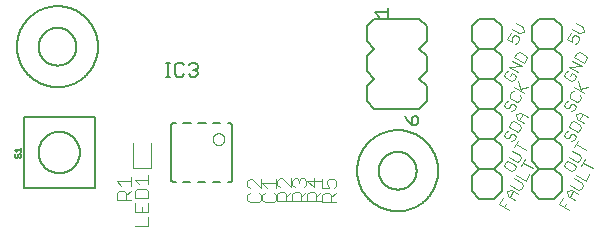
<source format=gbr>
G04 EAGLE Gerber RS-274X export*
G75*
%MOMM*%
%FSLAX34Y34*%
%LPD*%
%INSilkscreen Top*%
%IPPOS*%
%AMOC8*
5,1,8,0,0,1.08239X$1,22.5*%
G01*
%ADD10C,0.076200*%
%ADD11C,0.152400*%
%ADD12C,0.203200*%
%ADD13C,0.127000*%
%ADD14C,0.050800*%
%ADD15C,0.101600*%
%ADD16C,0.120000*%


D10*
X426650Y164879D02*
X423515Y159448D01*
X427588Y157097D01*
X427798Y160596D01*
X428581Y161954D01*
X430723Y162528D01*
X433438Y160960D01*
X434012Y158818D01*
X432444Y156103D01*
X430303Y155529D01*
X433623Y164415D02*
X428192Y167550D01*
X433623Y164415D02*
X437906Y165563D01*
X436758Y169845D01*
X431328Y172981D01*
X424833Y132345D02*
X422691Y131771D01*
X421123Y129056D01*
X421697Y126915D01*
X427128Y123779D01*
X429269Y124353D01*
X430837Y127068D01*
X430263Y129210D01*
X427548Y130778D01*
X425980Y128062D01*
X433163Y131097D02*
X425017Y135800D01*
X436298Y136528D01*
X428153Y141231D01*
X429695Y143902D02*
X437841Y139199D01*
X440192Y143272D01*
X439618Y145413D01*
X434188Y148549D01*
X432046Y147975D01*
X429695Y143902D01*
X422691Y55571D02*
X421123Y52856D01*
X421697Y50715D01*
X427128Y47579D01*
X429269Y48153D01*
X430837Y50868D01*
X430263Y53010D01*
X424833Y56145D01*
X422691Y55571D01*
X425017Y59600D02*
X431805Y55681D01*
X433947Y56255D01*
X435515Y58970D01*
X434941Y61112D01*
X428153Y65031D01*
X431263Y70417D02*
X439408Y65714D01*
X429695Y67702D02*
X432830Y73133D01*
X417165Y19748D02*
X425311Y15045D01*
X417165Y19748D02*
X420300Y25179D01*
X422805Y20112D02*
X421238Y17397D01*
X424558Y26283D02*
X429988Y23147D01*
X424558Y26283D02*
X423410Y30566D01*
X427693Y31713D01*
X433123Y28578D01*
X429051Y30929D02*
X425915Y25499D01*
X433308Y32033D02*
X426520Y35952D01*
X433308Y32033D02*
X435450Y32607D01*
X437017Y35322D01*
X436443Y37463D01*
X429655Y41383D01*
X431197Y44054D02*
X439343Y39351D01*
X442479Y44781D01*
X445589Y50168D02*
X437443Y54871D01*
X439010Y57586D02*
X435875Y52156D01*
X422691Y106371D02*
X424833Y106945D01*
X422691Y106371D02*
X421123Y103656D01*
X421697Y101515D01*
X423055Y100731D01*
X425196Y101305D01*
X426764Y104020D01*
X428906Y104594D01*
X430263Y103810D01*
X430837Y101668D01*
X429269Y98953D01*
X427128Y98379D01*
X427369Y114473D02*
X429510Y115047D01*
X427369Y114473D02*
X425801Y111758D01*
X426375Y109616D01*
X431805Y106481D01*
X433947Y107055D01*
X435515Y109770D01*
X434941Y111912D01*
X437841Y113799D02*
X429695Y118502D01*
X435125Y115367D02*
X432830Y123933D01*
X434552Y117508D02*
X440976Y119230D01*
X424833Y81545D02*
X422691Y80971D01*
X421123Y78256D01*
X421697Y76115D01*
X423055Y75331D01*
X425196Y75905D01*
X426764Y78620D01*
X428906Y79194D01*
X430263Y78410D01*
X430837Y76268D01*
X429269Y73553D01*
X427128Y72979D01*
X433163Y80297D02*
X425017Y85000D01*
X433163Y80297D02*
X435515Y84370D01*
X434941Y86512D01*
X429510Y89647D01*
X427369Y89073D01*
X425017Y85000D01*
X432410Y91534D02*
X437841Y88399D01*
X432410Y91534D02*
X431263Y95817D01*
X435545Y96965D01*
X440976Y93830D01*
X436903Y96181D02*
X433768Y90751D01*
X474315Y159448D02*
X477450Y164879D01*
X474315Y159448D02*
X478388Y157097D01*
X478598Y160596D01*
X479381Y161954D01*
X481523Y162528D01*
X484238Y160960D01*
X484812Y158818D01*
X483244Y156103D01*
X481103Y155529D01*
X484423Y164415D02*
X478992Y167550D01*
X484423Y164415D02*
X488706Y165563D01*
X487558Y169845D01*
X482128Y172981D01*
X475633Y132345D02*
X473491Y131771D01*
X471923Y129056D01*
X472497Y126915D01*
X477928Y123779D01*
X480069Y124353D01*
X481637Y127068D01*
X481063Y129210D01*
X478348Y130778D01*
X476780Y128062D01*
X483963Y131097D02*
X475817Y135800D01*
X487098Y136528D01*
X478953Y141231D01*
X480495Y143902D02*
X488641Y139199D01*
X490992Y143272D01*
X490418Y145413D01*
X484988Y148549D01*
X482846Y147975D01*
X480495Y143902D01*
X473491Y55571D02*
X471923Y52856D01*
X472497Y50715D01*
X477928Y47579D01*
X480069Y48153D01*
X481637Y50868D01*
X481063Y53010D01*
X475633Y56145D01*
X473491Y55571D01*
X475817Y59600D02*
X482605Y55681D01*
X484747Y56255D01*
X486315Y58970D01*
X485741Y61112D01*
X478953Y65031D01*
X482063Y70417D02*
X490208Y65714D01*
X480495Y67702D02*
X483630Y73133D01*
X467965Y19748D02*
X476111Y15045D01*
X467965Y19748D02*
X471100Y25179D01*
X473605Y20112D02*
X472038Y17397D01*
X475358Y26283D02*
X480788Y23147D01*
X475358Y26283D02*
X474210Y30566D01*
X478493Y31713D01*
X483923Y28578D01*
X479851Y30929D02*
X476715Y25499D01*
X484108Y32033D02*
X477320Y35952D01*
X484108Y32033D02*
X486250Y32607D01*
X487817Y35322D01*
X487243Y37463D01*
X480455Y41383D01*
X481997Y44054D02*
X490143Y39351D01*
X493279Y44781D01*
X496389Y50168D02*
X488243Y54871D01*
X489810Y57586D02*
X486675Y52156D01*
X473491Y106371D02*
X475633Y106945D01*
X473491Y106371D02*
X471923Y103656D01*
X472497Y101515D01*
X473855Y100731D01*
X475996Y101305D01*
X477564Y104020D01*
X479706Y104594D01*
X481063Y103810D01*
X481637Y101668D01*
X480069Y98953D01*
X477928Y98379D01*
X478169Y114473D02*
X480310Y115047D01*
X478169Y114473D02*
X476601Y111758D01*
X477175Y109616D01*
X482605Y106481D01*
X484747Y107055D01*
X486315Y109770D01*
X485741Y111912D01*
X488641Y113799D02*
X480495Y118502D01*
X485925Y115367D02*
X483630Y123933D01*
X485352Y117508D02*
X491776Y119230D01*
X475633Y81545D02*
X473491Y80971D01*
X471923Y78256D01*
X472497Y76115D01*
X473855Y75331D01*
X475996Y75905D01*
X477564Y78620D01*
X479706Y79194D01*
X481063Y78410D01*
X481637Y76268D01*
X480069Y73553D01*
X477928Y72979D01*
X483963Y80297D02*
X475817Y85000D01*
X483963Y80297D02*
X486315Y84370D01*
X485741Y86512D01*
X480310Y89647D01*
X478169Y89073D01*
X475817Y85000D01*
X483210Y91534D02*
X488641Y88399D01*
X483210Y91534D02*
X482063Y95817D01*
X486345Y96965D01*
X491776Y93830D01*
X487703Y96181D02*
X484568Y90751D01*
D11*
X419100Y93900D02*
X419100Y81200D01*
X412750Y74850D01*
X400050Y74850D01*
X393700Y81200D01*
X412750Y74850D02*
X419100Y68500D01*
X419100Y55800D01*
X412750Y49450D01*
X400050Y49450D01*
X393700Y55800D01*
X393700Y68500D01*
X400050Y74850D01*
X419100Y119300D02*
X412750Y125650D01*
X419100Y119300D02*
X419100Y106600D01*
X412750Y100250D01*
X400050Y100250D01*
X393700Y106600D01*
X393700Y119300D01*
X400050Y125650D01*
X412750Y100250D02*
X419100Y93900D01*
X400050Y100250D02*
X393700Y93900D01*
X393700Y81200D01*
X419100Y157400D02*
X419100Y170100D01*
X419100Y157400D02*
X412750Y151050D01*
X400050Y151050D01*
X393700Y157400D01*
X412750Y151050D02*
X419100Y144700D01*
X419100Y132000D01*
X412750Y125650D01*
X400050Y125650D01*
X393700Y132000D01*
X393700Y144700D01*
X400050Y151050D01*
X400050Y176450D02*
X412750Y176450D01*
X419100Y170100D01*
X400050Y176450D02*
X393700Y170100D01*
X393700Y157400D01*
X419100Y43100D02*
X419100Y30400D01*
X412750Y24050D01*
X400050Y24050D01*
X393700Y30400D01*
X412750Y49450D02*
X419100Y43100D01*
X400050Y49450D02*
X393700Y43100D01*
X393700Y30400D01*
X469900Y81200D02*
X469900Y93900D01*
X469900Y81200D02*
X463550Y74850D01*
X450850Y74850D01*
X444500Y81200D01*
X463550Y74850D02*
X469900Y68500D01*
X469900Y55800D01*
X463550Y49450D01*
X450850Y49450D01*
X444500Y55800D01*
X444500Y68500D01*
X450850Y74850D01*
X469900Y119300D02*
X463550Y125650D01*
X469900Y119300D02*
X469900Y106600D01*
X463550Y100250D01*
X450850Y100250D01*
X444500Y106600D01*
X444500Y119300D01*
X450850Y125650D01*
X463550Y100250D02*
X469900Y93900D01*
X450850Y100250D02*
X444500Y93900D01*
X444500Y81200D01*
X469900Y157400D02*
X469900Y170100D01*
X469900Y157400D02*
X463550Y151050D01*
X450850Y151050D01*
X444500Y157400D01*
X463550Y151050D02*
X469900Y144700D01*
X469900Y132000D01*
X463550Y125650D01*
X450850Y125650D01*
X444500Y132000D01*
X444500Y144700D01*
X450850Y151050D01*
X450850Y176450D02*
X463550Y176450D01*
X469900Y170100D01*
X450850Y176450D02*
X444500Y170100D01*
X444500Y157400D01*
X469900Y43100D02*
X469900Y30400D01*
X463550Y24050D01*
X450850Y24050D01*
X444500Y30400D01*
X463550Y49450D02*
X469900Y43100D01*
X450850Y49450D02*
X444500Y43100D01*
X444500Y30400D01*
X296710Y48000D02*
X296720Y48842D01*
X296751Y49683D01*
X296803Y50523D01*
X296875Y51361D01*
X296968Y52197D01*
X297081Y53031D01*
X297215Y53862D01*
X297369Y54690D01*
X297543Y55513D01*
X297738Y56332D01*
X297952Y57146D01*
X298187Y57954D01*
X298441Y58756D01*
X298714Y59552D01*
X299008Y60341D01*
X299320Y61122D01*
X299652Y61896D01*
X300002Y62661D01*
X300371Y63417D01*
X300759Y64164D01*
X301165Y64901D01*
X301588Y65629D01*
X302030Y66345D01*
X302489Y67051D01*
X302965Y67744D01*
X303458Y68427D01*
X303968Y69096D01*
X304493Y69753D01*
X305035Y70397D01*
X305593Y71028D01*
X306166Y71644D01*
X306753Y72247D01*
X307356Y72834D01*
X307972Y73407D01*
X308603Y73965D01*
X309247Y74507D01*
X309904Y75032D01*
X310573Y75542D01*
X311256Y76035D01*
X311949Y76511D01*
X312655Y76970D01*
X313371Y77412D01*
X314099Y77835D01*
X314836Y78241D01*
X315583Y78629D01*
X316339Y78998D01*
X317104Y79348D01*
X317878Y79680D01*
X318659Y79992D01*
X319448Y80286D01*
X320244Y80559D01*
X321046Y80813D01*
X321854Y81048D01*
X322668Y81262D01*
X323487Y81457D01*
X324310Y81631D01*
X325138Y81785D01*
X325969Y81919D01*
X326803Y82032D01*
X327639Y82125D01*
X328477Y82197D01*
X329317Y82249D01*
X330158Y82280D01*
X331000Y82290D01*
X331842Y82280D01*
X332683Y82249D01*
X333523Y82197D01*
X334361Y82125D01*
X335197Y82032D01*
X336031Y81919D01*
X336862Y81785D01*
X337690Y81631D01*
X338513Y81457D01*
X339332Y81262D01*
X340146Y81048D01*
X340954Y80813D01*
X341756Y80559D01*
X342552Y80286D01*
X343341Y79992D01*
X344122Y79680D01*
X344896Y79348D01*
X345661Y78998D01*
X346417Y78629D01*
X347164Y78241D01*
X347901Y77835D01*
X348629Y77412D01*
X349345Y76970D01*
X350051Y76511D01*
X350744Y76035D01*
X351427Y75542D01*
X352096Y75032D01*
X352753Y74507D01*
X353397Y73965D01*
X354028Y73407D01*
X354644Y72834D01*
X355247Y72247D01*
X355834Y71644D01*
X356407Y71028D01*
X356965Y70397D01*
X357507Y69753D01*
X358032Y69096D01*
X358542Y68427D01*
X359035Y67744D01*
X359511Y67051D01*
X359970Y66345D01*
X360412Y65629D01*
X360835Y64901D01*
X361241Y64164D01*
X361629Y63417D01*
X361998Y62661D01*
X362348Y61896D01*
X362680Y61122D01*
X362992Y60341D01*
X363286Y59552D01*
X363559Y58756D01*
X363813Y57954D01*
X364048Y57146D01*
X364262Y56332D01*
X364457Y55513D01*
X364631Y54690D01*
X364785Y53862D01*
X364919Y53031D01*
X365032Y52197D01*
X365125Y51361D01*
X365197Y50523D01*
X365249Y49683D01*
X365280Y48842D01*
X365290Y48000D01*
X365280Y47158D01*
X365249Y46317D01*
X365197Y45477D01*
X365125Y44639D01*
X365032Y43803D01*
X364919Y42969D01*
X364785Y42138D01*
X364631Y41310D01*
X364457Y40487D01*
X364262Y39668D01*
X364048Y38854D01*
X363813Y38046D01*
X363559Y37244D01*
X363286Y36448D01*
X362992Y35659D01*
X362680Y34878D01*
X362348Y34104D01*
X361998Y33339D01*
X361629Y32583D01*
X361241Y31836D01*
X360835Y31099D01*
X360412Y30371D01*
X359970Y29655D01*
X359511Y28949D01*
X359035Y28256D01*
X358542Y27573D01*
X358032Y26904D01*
X357507Y26247D01*
X356965Y25603D01*
X356407Y24972D01*
X355834Y24356D01*
X355247Y23753D01*
X354644Y23166D01*
X354028Y22593D01*
X353397Y22035D01*
X352753Y21493D01*
X352096Y20968D01*
X351427Y20458D01*
X350744Y19965D01*
X350051Y19489D01*
X349345Y19030D01*
X348629Y18588D01*
X347901Y18165D01*
X347164Y17759D01*
X346417Y17371D01*
X345661Y17002D01*
X344896Y16652D01*
X344122Y16320D01*
X343341Y16008D01*
X342552Y15714D01*
X341756Y15441D01*
X340954Y15187D01*
X340146Y14952D01*
X339332Y14738D01*
X338513Y14543D01*
X337690Y14369D01*
X336862Y14215D01*
X336031Y14081D01*
X335197Y13968D01*
X334361Y13875D01*
X333523Y13803D01*
X332683Y13751D01*
X331842Y13720D01*
X331000Y13710D01*
X330158Y13720D01*
X329317Y13751D01*
X328477Y13803D01*
X327639Y13875D01*
X326803Y13968D01*
X325969Y14081D01*
X325138Y14215D01*
X324310Y14369D01*
X323487Y14543D01*
X322668Y14738D01*
X321854Y14952D01*
X321046Y15187D01*
X320244Y15441D01*
X319448Y15714D01*
X318659Y16008D01*
X317878Y16320D01*
X317104Y16652D01*
X316339Y17002D01*
X315583Y17371D01*
X314836Y17759D01*
X314099Y18165D01*
X313371Y18588D01*
X312655Y19030D01*
X311949Y19489D01*
X311256Y19965D01*
X310573Y20458D01*
X309904Y20968D01*
X309247Y21493D01*
X308603Y22035D01*
X307972Y22593D01*
X307356Y23166D01*
X306753Y23753D01*
X306166Y24356D01*
X305593Y24972D01*
X305035Y25603D01*
X304493Y26247D01*
X303968Y26904D01*
X303458Y27573D01*
X302965Y28256D01*
X302489Y28949D01*
X302030Y29655D01*
X301588Y30371D01*
X301165Y31099D01*
X300759Y31836D01*
X300371Y32583D01*
X300002Y33339D01*
X299652Y34104D01*
X299320Y34878D01*
X299008Y35659D01*
X298714Y36448D01*
X298441Y37244D01*
X298187Y38046D01*
X297952Y38854D01*
X297738Y39668D01*
X297543Y40487D01*
X297369Y41310D01*
X297215Y42138D01*
X297081Y42969D01*
X296968Y43803D01*
X296875Y44639D01*
X296803Y45477D01*
X296751Y46317D01*
X296720Y47158D01*
X296710Y48000D01*
D12*
X315000Y48000D02*
X315005Y48393D01*
X315019Y48785D01*
X315043Y49177D01*
X315077Y49568D01*
X315120Y49959D01*
X315173Y50348D01*
X315236Y50735D01*
X315307Y51121D01*
X315389Y51506D01*
X315479Y51888D01*
X315580Y52267D01*
X315689Y52645D01*
X315808Y53019D01*
X315935Y53390D01*
X316072Y53758D01*
X316218Y54123D01*
X316373Y54484D01*
X316536Y54841D01*
X316708Y55194D01*
X316889Y55542D01*
X317079Y55886D01*
X317276Y56226D01*
X317482Y56560D01*
X317696Y56889D01*
X317919Y57213D01*
X318149Y57531D01*
X318386Y57844D01*
X318632Y58150D01*
X318885Y58451D01*
X319145Y58745D01*
X319412Y59033D01*
X319686Y59314D01*
X319967Y59588D01*
X320255Y59855D01*
X320549Y60115D01*
X320850Y60368D01*
X321156Y60614D01*
X321469Y60851D01*
X321787Y61081D01*
X322111Y61304D01*
X322440Y61518D01*
X322774Y61724D01*
X323114Y61921D01*
X323458Y62111D01*
X323806Y62292D01*
X324159Y62464D01*
X324516Y62627D01*
X324877Y62782D01*
X325242Y62928D01*
X325610Y63065D01*
X325981Y63192D01*
X326355Y63311D01*
X326733Y63420D01*
X327112Y63521D01*
X327494Y63611D01*
X327879Y63693D01*
X328265Y63764D01*
X328652Y63827D01*
X329041Y63880D01*
X329432Y63923D01*
X329823Y63957D01*
X330215Y63981D01*
X330607Y63995D01*
X331000Y64000D01*
X331393Y63995D01*
X331785Y63981D01*
X332177Y63957D01*
X332568Y63923D01*
X332959Y63880D01*
X333348Y63827D01*
X333735Y63764D01*
X334121Y63693D01*
X334506Y63611D01*
X334888Y63521D01*
X335267Y63420D01*
X335645Y63311D01*
X336019Y63192D01*
X336390Y63065D01*
X336758Y62928D01*
X337123Y62782D01*
X337484Y62627D01*
X337841Y62464D01*
X338194Y62292D01*
X338542Y62111D01*
X338886Y61921D01*
X339226Y61724D01*
X339560Y61518D01*
X339889Y61304D01*
X340213Y61081D01*
X340531Y60851D01*
X340844Y60614D01*
X341150Y60368D01*
X341451Y60115D01*
X341745Y59855D01*
X342033Y59588D01*
X342314Y59314D01*
X342588Y59033D01*
X342855Y58745D01*
X343115Y58451D01*
X343368Y58150D01*
X343614Y57844D01*
X343851Y57531D01*
X344081Y57213D01*
X344304Y56889D01*
X344518Y56560D01*
X344724Y56226D01*
X344921Y55886D01*
X345111Y55542D01*
X345292Y55194D01*
X345464Y54841D01*
X345627Y54484D01*
X345782Y54123D01*
X345928Y53758D01*
X346065Y53390D01*
X346192Y53019D01*
X346311Y52645D01*
X346420Y52267D01*
X346521Y51888D01*
X346611Y51506D01*
X346693Y51121D01*
X346764Y50735D01*
X346827Y50348D01*
X346880Y49959D01*
X346923Y49568D01*
X346957Y49177D01*
X346981Y48785D01*
X346995Y48393D01*
X347000Y48000D01*
X346995Y47607D01*
X346981Y47215D01*
X346957Y46823D01*
X346923Y46432D01*
X346880Y46041D01*
X346827Y45652D01*
X346764Y45265D01*
X346693Y44879D01*
X346611Y44494D01*
X346521Y44112D01*
X346420Y43733D01*
X346311Y43355D01*
X346192Y42981D01*
X346065Y42610D01*
X345928Y42242D01*
X345782Y41877D01*
X345627Y41516D01*
X345464Y41159D01*
X345292Y40806D01*
X345111Y40458D01*
X344921Y40114D01*
X344724Y39774D01*
X344518Y39440D01*
X344304Y39111D01*
X344081Y38787D01*
X343851Y38469D01*
X343614Y38156D01*
X343368Y37850D01*
X343115Y37549D01*
X342855Y37255D01*
X342588Y36967D01*
X342314Y36686D01*
X342033Y36412D01*
X341745Y36145D01*
X341451Y35885D01*
X341150Y35632D01*
X340844Y35386D01*
X340531Y35149D01*
X340213Y34919D01*
X339889Y34696D01*
X339560Y34482D01*
X339226Y34276D01*
X338886Y34079D01*
X338542Y33889D01*
X338194Y33708D01*
X337841Y33536D01*
X337484Y33373D01*
X337123Y33218D01*
X336758Y33072D01*
X336390Y32935D01*
X336019Y32808D01*
X335645Y32689D01*
X335267Y32580D01*
X334888Y32479D01*
X334506Y32389D01*
X334121Y32307D01*
X333735Y32236D01*
X333348Y32173D01*
X332959Y32120D01*
X332568Y32077D01*
X332177Y32043D01*
X331785Y32019D01*
X331393Y32005D01*
X331000Y32000D01*
X330607Y32005D01*
X330215Y32019D01*
X329823Y32043D01*
X329432Y32077D01*
X329041Y32120D01*
X328652Y32173D01*
X328265Y32236D01*
X327879Y32307D01*
X327494Y32389D01*
X327112Y32479D01*
X326733Y32580D01*
X326355Y32689D01*
X325981Y32808D01*
X325610Y32935D01*
X325242Y33072D01*
X324877Y33218D01*
X324516Y33373D01*
X324159Y33536D01*
X323806Y33708D01*
X323458Y33889D01*
X323114Y34079D01*
X322774Y34276D01*
X322440Y34482D01*
X322111Y34696D01*
X321787Y34919D01*
X321469Y35149D01*
X321156Y35386D01*
X320850Y35632D01*
X320549Y35885D01*
X320255Y36145D01*
X319967Y36412D01*
X319686Y36686D01*
X319412Y36967D01*
X319145Y37255D01*
X318885Y37549D01*
X318632Y37850D01*
X318386Y38156D01*
X318149Y38469D01*
X317919Y38787D01*
X317696Y39111D01*
X317482Y39440D01*
X317276Y39774D01*
X317079Y40114D01*
X316889Y40458D01*
X316708Y40806D01*
X316536Y41159D01*
X316373Y41516D01*
X316218Y41877D01*
X316072Y42242D01*
X315935Y42610D01*
X315808Y42981D01*
X315689Y43355D01*
X315580Y43733D01*
X315479Y44112D01*
X315389Y44494D01*
X315307Y44879D01*
X315236Y45265D01*
X315173Y45652D01*
X315120Y46041D01*
X315077Y46432D01*
X315043Y46823D01*
X315019Y47215D01*
X315005Y47607D01*
X315000Y48000D01*
D11*
X8710Y153000D02*
X8720Y153842D01*
X8751Y154683D01*
X8803Y155523D01*
X8875Y156361D01*
X8968Y157197D01*
X9081Y158031D01*
X9215Y158862D01*
X9369Y159690D01*
X9543Y160513D01*
X9738Y161332D01*
X9952Y162146D01*
X10187Y162954D01*
X10441Y163756D01*
X10714Y164552D01*
X11008Y165341D01*
X11320Y166122D01*
X11652Y166896D01*
X12002Y167661D01*
X12371Y168417D01*
X12759Y169164D01*
X13165Y169901D01*
X13588Y170629D01*
X14030Y171345D01*
X14489Y172051D01*
X14965Y172744D01*
X15458Y173427D01*
X15968Y174096D01*
X16493Y174753D01*
X17035Y175397D01*
X17593Y176028D01*
X18166Y176644D01*
X18753Y177247D01*
X19356Y177834D01*
X19972Y178407D01*
X20603Y178965D01*
X21247Y179507D01*
X21904Y180032D01*
X22573Y180542D01*
X23256Y181035D01*
X23949Y181511D01*
X24655Y181970D01*
X25371Y182412D01*
X26099Y182835D01*
X26836Y183241D01*
X27583Y183629D01*
X28339Y183998D01*
X29104Y184348D01*
X29878Y184680D01*
X30659Y184992D01*
X31448Y185286D01*
X32244Y185559D01*
X33046Y185813D01*
X33854Y186048D01*
X34668Y186262D01*
X35487Y186457D01*
X36310Y186631D01*
X37138Y186785D01*
X37969Y186919D01*
X38803Y187032D01*
X39639Y187125D01*
X40477Y187197D01*
X41317Y187249D01*
X42158Y187280D01*
X43000Y187290D01*
X43842Y187280D01*
X44683Y187249D01*
X45523Y187197D01*
X46361Y187125D01*
X47197Y187032D01*
X48031Y186919D01*
X48862Y186785D01*
X49690Y186631D01*
X50513Y186457D01*
X51332Y186262D01*
X52146Y186048D01*
X52954Y185813D01*
X53756Y185559D01*
X54552Y185286D01*
X55341Y184992D01*
X56122Y184680D01*
X56896Y184348D01*
X57661Y183998D01*
X58417Y183629D01*
X59164Y183241D01*
X59901Y182835D01*
X60629Y182412D01*
X61345Y181970D01*
X62051Y181511D01*
X62744Y181035D01*
X63427Y180542D01*
X64096Y180032D01*
X64753Y179507D01*
X65397Y178965D01*
X66028Y178407D01*
X66644Y177834D01*
X67247Y177247D01*
X67834Y176644D01*
X68407Y176028D01*
X68965Y175397D01*
X69507Y174753D01*
X70032Y174096D01*
X70542Y173427D01*
X71035Y172744D01*
X71511Y172051D01*
X71970Y171345D01*
X72412Y170629D01*
X72835Y169901D01*
X73241Y169164D01*
X73629Y168417D01*
X73998Y167661D01*
X74348Y166896D01*
X74680Y166122D01*
X74992Y165341D01*
X75286Y164552D01*
X75559Y163756D01*
X75813Y162954D01*
X76048Y162146D01*
X76262Y161332D01*
X76457Y160513D01*
X76631Y159690D01*
X76785Y158862D01*
X76919Y158031D01*
X77032Y157197D01*
X77125Y156361D01*
X77197Y155523D01*
X77249Y154683D01*
X77280Y153842D01*
X77290Y153000D01*
X77280Y152158D01*
X77249Y151317D01*
X77197Y150477D01*
X77125Y149639D01*
X77032Y148803D01*
X76919Y147969D01*
X76785Y147138D01*
X76631Y146310D01*
X76457Y145487D01*
X76262Y144668D01*
X76048Y143854D01*
X75813Y143046D01*
X75559Y142244D01*
X75286Y141448D01*
X74992Y140659D01*
X74680Y139878D01*
X74348Y139104D01*
X73998Y138339D01*
X73629Y137583D01*
X73241Y136836D01*
X72835Y136099D01*
X72412Y135371D01*
X71970Y134655D01*
X71511Y133949D01*
X71035Y133256D01*
X70542Y132573D01*
X70032Y131904D01*
X69507Y131247D01*
X68965Y130603D01*
X68407Y129972D01*
X67834Y129356D01*
X67247Y128753D01*
X66644Y128166D01*
X66028Y127593D01*
X65397Y127035D01*
X64753Y126493D01*
X64096Y125968D01*
X63427Y125458D01*
X62744Y124965D01*
X62051Y124489D01*
X61345Y124030D01*
X60629Y123588D01*
X59901Y123165D01*
X59164Y122759D01*
X58417Y122371D01*
X57661Y122002D01*
X56896Y121652D01*
X56122Y121320D01*
X55341Y121008D01*
X54552Y120714D01*
X53756Y120441D01*
X52954Y120187D01*
X52146Y119952D01*
X51332Y119738D01*
X50513Y119543D01*
X49690Y119369D01*
X48862Y119215D01*
X48031Y119081D01*
X47197Y118968D01*
X46361Y118875D01*
X45523Y118803D01*
X44683Y118751D01*
X43842Y118720D01*
X43000Y118710D01*
X42158Y118720D01*
X41317Y118751D01*
X40477Y118803D01*
X39639Y118875D01*
X38803Y118968D01*
X37969Y119081D01*
X37138Y119215D01*
X36310Y119369D01*
X35487Y119543D01*
X34668Y119738D01*
X33854Y119952D01*
X33046Y120187D01*
X32244Y120441D01*
X31448Y120714D01*
X30659Y121008D01*
X29878Y121320D01*
X29104Y121652D01*
X28339Y122002D01*
X27583Y122371D01*
X26836Y122759D01*
X26099Y123165D01*
X25371Y123588D01*
X24655Y124030D01*
X23949Y124489D01*
X23256Y124965D01*
X22573Y125458D01*
X21904Y125968D01*
X21247Y126493D01*
X20603Y127035D01*
X19972Y127593D01*
X19356Y128166D01*
X18753Y128753D01*
X18166Y129356D01*
X17593Y129972D01*
X17035Y130603D01*
X16493Y131247D01*
X15968Y131904D01*
X15458Y132573D01*
X14965Y133256D01*
X14489Y133949D01*
X14030Y134655D01*
X13588Y135371D01*
X13165Y136099D01*
X12759Y136836D01*
X12371Y137583D01*
X12002Y138339D01*
X11652Y139104D01*
X11320Y139878D01*
X11008Y140659D01*
X10714Y141448D01*
X10441Y142244D01*
X10187Y143046D01*
X9952Y143854D01*
X9738Y144668D01*
X9543Y145487D01*
X9369Y146310D01*
X9215Y147138D01*
X9081Y147969D01*
X8968Y148803D01*
X8875Y149639D01*
X8803Y150477D01*
X8751Y151317D01*
X8720Y152158D01*
X8710Y153000D01*
D12*
X27000Y153000D02*
X27005Y153393D01*
X27019Y153785D01*
X27043Y154177D01*
X27077Y154568D01*
X27120Y154959D01*
X27173Y155348D01*
X27236Y155735D01*
X27307Y156121D01*
X27389Y156506D01*
X27479Y156888D01*
X27580Y157267D01*
X27689Y157645D01*
X27808Y158019D01*
X27935Y158390D01*
X28072Y158758D01*
X28218Y159123D01*
X28373Y159484D01*
X28536Y159841D01*
X28708Y160194D01*
X28889Y160542D01*
X29079Y160886D01*
X29276Y161226D01*
X29482Y161560D01*
X29696Y161889D01*
X29919Y162213D01*
X30149Y162531D01*
X30386Y162844D01*
X30632Y163150D01*
X30885Y163451D01*
X31145Y163745D01*
X31412Y164033D01*
X31686Y164314D01*
X31967Y164588D01*
X32255Y164855D01*
X32549Y165115D01*
X32850Y165368D01*
X33156Y165614D01*
X33469Y165851D01*
X33787Y166081D01*
X34111Y166304D01*
X34440Y166518D01*
X34774Y166724D01*
X35114Y166921D01*
X35458Y167111D01*
X35806Y167292D01*
X36159Y167464D01*
X36516Y167627D01*
X36877Y167782D01*
X37242Y167928D01*
X37610Y168065D01*
X37981Y168192D01*
X38355Y168311D01*
X38733Y168420D01*
X39112Y168521D01*
X39494Y168611D01*
X39879Y168693D01*
X40265Y168764D01*
X40652Y168827D01*
X41041Y168880D01*
X41432Y168923D01*
X41823Y168957D01*
X42215Y168981D01*
X42607Y168995D01*
X43000Y169000D01*
X43393Y168995D01*
X43785Y168981D01*
X44177Y168957D01*
X44568Y168923D01*
X44959Y168880D01*
X45348Y168827D01*
X45735Y168764D01*
X46121Y168693D01*
X46506Y168611D01*
X46888Y168521D01*
X47267Y168420D01*
X47645Y168311D01*
X48019Y168192D01*
X48390Y168065D01*
X48758Y167928D01*
X49123Y167782D01*
X49484Y167627D01*
X49841Y167464D01*
X50194Y167292D01*
X50542Y167111D01*
X50886Y166921D01*
X51226Y166724D01*
X51560Y166518D01*
X51889Y166304D01*
X52213Y166081D01*
X52531Y165851D01*
X52844Y165614D01*
X53150Y165368D01*
X53451Y165115D01*
X53745Y164855D01*
X54033Y164588D01*
X54314Y164314D01*
X54588Y164033D01*
X54855Y163745D01*
X55115Y163451D01*
X55368Y163150D01*
X55614Y162844D01*
X55851Y162531D01*
X56081Y162213D01*
X56304Y161889D01*
X56518Y161560D01*
X56724Y161226D01*
X56921Y160886D01*
X57111Y160542D01*
X57292Y160194D01*
X57464Y159841D01*
X57627Y159484D01*
X57782Y159123D01*
X57928Y158758D01*
X58065Y158390D01*
X58192Y158019D01*
X58311Y157645D01*
X58420Y157267D01*
X58521Y156888D01*
X58611Y156506D01*
X58693Y156121D01*
X58764Y155735D01*
X58827Y155348D01*
X58880Y154959D01*
X58923Y154568D01*
X58957Y154177D01*
X58981Y153785D01*
X58995Y153393D01*
X59000Y153000D01*
X58995Y152607D01*
X58981Y152215D01*
X58957Y151823D01*
X58923Y151432D01*
X58880Y151041D01*
X58827Y150652D01*
X58764Y150265D01*
X58693Y149879D01*
X58611Y149494D01*
X58521Y149112D01*
X58420Y148733D01*
X58311Y148355D01*
X58192Y147981D01*
X58065Y147610D01*
X57928Y147242D01*
X57782Y146877D01*
X57627Y146516D01*
X57464Y146159D01*
X57292Y145806D01*
X57111Y145458D01*
X56921Y145114D01*
X56724Y144774D01*
X56518Y144440D01*
X56304Y144111D01*
X56081Y143787D01*
X55851Y143469D01*
X55614Y143156D01*
X55368Y142850D01*
X55115Y142549D01*
X54855Y142255D01*
X54588Y141967D01*
X54314Y141686D01*
X54033Y141412D01*
X53745Y141145D01*
X53451Y140885D01*
X53150Y140632D01*
X52844Y140386D01*
X52531Y140149D01*
X52213Y139919D01*
X51889Y139696D01*
X51560Y139482D01*
X51226Y139276D01*
X50886Y139079D01*
X50542Y138889D01*
X50194Y138708D01*
X49841Y138536D01*
X49484Y138373D01*
X49123Y138218D01*
X48758Y138072D01*
X48390Y137935D01*
X48019Y137808D01*
X47645Y137689D01*
X47267Y137580D01*
X46888Y137479D01*
X46506Y137389D01*
X46121Y137307D01*
X45735Y137236D01*
X45348Y137173D01*
X44959Y137120D01*
X44568Y137077D01*
X44177Y137043D01*
X43785Y137019D01*
X43393Y137005D01*
X43000Y137000D01*
X42607Y137005D01*
X42215Y137019D01*
X41823Y137043D01*
X41432Y137077D01*
X41041Y137120D01*
X40652Y137173D01*
X40265Y137236D01*
X39879Y137307D01*
X39494Y137389D01*
X39112Y137479D01*
X38733Y137580D01*
X38355Y137689D01*
X37981Y137808D01*
X37610Y137935D01*
X37242Y138072D01*
X36877Y138218D01*
X36516Y138373D01*
X36159Y138536D01*
X35806Y138708D01*
X35458Y138889D01*
X35114Y139079D01*
X34774Y139276D01*
X34440Y139482D01*
X34111Y139696D01*
X33787Y139919D01*
X33469Y140149D01*
X33156Y140386D01*
X32850Y140632D01*
X32549Y140885D01*
X32255Y141145D01*
X31967Y141412D01*
X31686Y141686D01*
X31412Y141967D01*
X31145Y142255D01*
X30885Y142549D01*
X30632Y142850D01*
X30386Y143156D01*
X30149Y143469D01*
X29919Y143787D01*
X29696Y144111D01*
X29482Y144440D01*
X29276Y144774D01*
X29079Y145114D01*
X28889Y145458D01*
X28708Y145806D01*
X28536Y146159D01*
X28373Y146516D01*
X28218Y146877D01*
X28072Y147242D01*
X27935Y147610D01*
X27808Y147981D01*
X27689Y148355D01*
X27580Y148733D01*
X27479Y149112D01*
X27389Y149494D01*
X27307Y149879D01*
X27236Y150265D01*
X27173Y150652D01*
X27120Y151041D01*
X27077Y151432D01*
X27043Y151823D01*
X27019Y152215D01*
X27005Y152607D01*
X27000Y153000D01*
D11*
X355600Y157400D02*
X355600Y170100D01*
X355600Y157400D02*
X349250Y151050D01*
X355600Y144700D01*
X355600Y132000D01*
X349250Y125650D01*
X355600Y170100D02*
X349250Y176450D01*
X349250Y125650D02*
X355600Y119300D01*
X355600Y106600D01*
X349250Y100250D01*
X311150Y100250D01*
X311150Y151050D02*
X304800Y157400D01*
X304800Y132000D02*
X311150Y125650D01*
X304800Y132000D02*
X304800Y144700D01*
X311150Y151050D01*
X311150Y176450D02*
X349250Y176450D01*
X311150Y176450D02*
X304800Y170100D01*
X304800Y157400D01*
X304800Y106600D02*
X311150Y100250D01*
X304800Y106600D02*
X304800Y119300D01*
X311150Y125650D01*
D13*
X315589Y178091D02*
X311775Y181904D01*
X323215Y181904D01*
X323215Y178091D02*
X323215Y185718D01*
X337175Y94278D02*
X339082Y90464D01*
X342895Y86651D01*
X346708Y86651D01*
X348615Y88558D01*
X348615Y92371D01*
X346708Y94278D01*
X344802Y94278D01*
X342895Y92371D01*
X342895Y86651D01*
D11*
X191100Y41000D02*
X191098Y40902D01*
X191092Y40804D01*
X191083Y40706D01*
X191069Y40609D01*
X191052Y40512D01*
X191031Y40416D01*
X191006Y40321D01*
X190978Y40227D01*
X190945Y40135D01*
X190910Y40043D01*
X190870Y39953D01*
X190828Y39865D01*
X190781Y39778D01*
X190732Y39694D01*
X190679Y39611D01*
X190623Y39531D01*
X190563Y39452D01*
X190501Y39376D01*
X190436Y39303D01*
X190368Y39232D01*
X190297Y39164D01*
X190224Y39099D01*
X190148Y39037D01*
X190069Y38977D01*
X189989Y38921D01*
X189906Y38868D01*
X189822Y38819D01*
X189735Y38772D01*
X189647Y38730D01*
X189557Y38690D01*
X189465Y38655D01*
X189373Y38622D01*
X189279Y38594D01*
X189184Y38569D01*
X189088Y38548D01*
X188991Y38531D01*
X188894Y38517D01*
X188796Y38508D01*
X188698Y38502D01*
X188600Y38500D01*
X141600Y38500D02*
X141502Y38502D01*
X141404Y38508D01*
X141306Y38517D01*
X141209Y38531D01*
X141112Y38548D01*
X141016Y38569D01*
X140921Y38594D01*
X140827Y38622D01*
X140735Y38655D01*
X140643Y38690D01*
X140553Y38730D01*
X140465Y38772D01*
X140378Y38819D01*
X140294Y38868D01*
X140211Y38921D01*
X140131Y38977D01*
X140052Y39037D01*
X139976Y39099D01*
X139903Y39164D01*
X139832Y39232D01*
X139764Y39303D01*
X139699Y39376D01*
X139637Y39452D01*
X139577Y39531D01*
X139521Y39611D01*
X139468Y39694D01*
X139419Y39778D01*
X139372Y39865D01*
X139330Y39953D01*
X139290Y40043D01*
X139255Y40135D01*
X139222Y40227D01*
X139194Y40321D01*
X139169Y40416D01*
X139148Y40512D01*
X139131Y40609D01*
X139117Y40706D01*
X139108Y40804D01*
X139102Y40902D01*
X139100Y41000D01*
X139100Y86000D02*
X139102Y86098D01*
X139108Y86196D01*
X139117Y86294D01*
X139131Y86391D01*
X139148Y86488D01*
X139169Y86584D01*
X139194Y86679D01*
X139222Y86773D01*
X139255Y86865D01*
X139290Y86957D01*
X139330Y87047D01*
X139372Y87135D01*
X139419Y87222D01*
X139468Y87306D01*
X139521Y87389D01*
X139577Y87469D01*
X139637Y87548D01*
X139699Y87624D01*
X139764Y87697D01*
X139832Y87768D01*
X139903Y87836D01*
X139976Y87901D01*
X140052Y87963D01*
X140131Y88023D01*
X140211Y88079D01*
X140294Y88132D01*
X140378Y88181D01*
X140465Y88228D01*
X140553Y88270D01*
X140643Y88310D01*
X140735Y88345D01*
X140827Y88378D01*
X140921Y88406D01*
X141016Y88431D01*
X141112Y88452D01*
X141209Y88469D01*
X141306Y88483D01*
X141404Y88492D01*
X141502Y88498D01*
X141600Y88500D01*
X188600Y88500D02*
X188698Y88498D01*
X188796Y88492D01*
X188894Y88483D01*
X188991Y88469D01*
X189088Y88452D01*
X189184Y88431D01*
X189279Y88406D01*
X189373Y88378D01*
X189465Y88345D01*
X189557Y88310D01*
X189647Y88270D01*
X189735Y88228D01*
X189822Y88181D01*
X189906Y88132D01*
X189989Y88079D01*
X190069Y88023D01*
X190148Y87963D01*
X190224Y87901D01*
X190297Y87836D01*
X190368Y87768D01*
X190436Y87697D01*
X190501Y87624D01*
X190563Y87548D01*
X190623Y87469D01*
X190679Y87389D01*
X190732Y87306D01*
X190781Y87222D01*
X190828Y87135D01*
X190870Y87047D01*
X190910Y86957D01*
X190945Y86865D01*
X190978Y86773D01*
X191006Y86679D01*
X191031Y86584D01*
X191052Y86488D01*
X191069Y86391D01*
X191083Y86294D01*
X191092Y86196D01*
X191098Y86098D01*
X191100Y86000D01*
X188500Y38500D02*
X187200Y38500D01*
X181000Y38500D02*
X174600Y38500D01*
X168300Y38500D02*
X161900Y38500D01*
X155600Y38500D02*
X149200Y38500D01*
X143000Y38500D02*
X141500Y38500D01*
X141800Y88500D02*
X143100Y88500D01*
X149200Y88500D02*
X155700Y88500D01*
X161900Y88500D02*
X168400Y88500D01*
X174600Y88500D02*
X181000Y88500D01*
X187200Y88500D02*
X188500Y88500D01*
X191100Y85900D02*
X191100Y41000D01*
X139100Y41000D02*
X139100Y86000D01*
D14*
X174300Y74650D02*
X174302Y74791D01*
X174308Y74932D01*
X174318Y75072D01*
X174332Y75212D01*
X174350Y75352D01*
X174371Y75491D01*
X174397Y75630D01*
X174426Y75768D01*
X174460Y75904D01*
X174497Y76040D01*
X174538Y76175D01*
X174583Y76309D01*
X174632Y76441D01*
X174684Y76572D01*
X174740Y76701D01*
X174800Y76828D01*
X174863Y76954D01*
X174929Y77078D01*
X175000Y77201D01*
X175073Y77321D01*
X175150Y77439D01*
X175230Y77555D01*
X175314Y77668D01*
X175400Y77779D01*
X175490Y77888D01*
X175583Y77994D01*
X175678Y78097D01*
X175777Y78198D01*
X175878Y78296D01*
X175982Y78391D01*
X176089Y78483D01*
X176198Y78572D01*
X176310Y78657D01*
X176424Y78740D01*
X176540Y78820D01*
X176659Y78896D01*
X176780Y78968D01*
X176902Y79038D01*
X177027Y79103D01*
X177153Y79166D01*
X177281Y79224D01*
X177411Y79279D01*
X177542Y79331D01*
X177675Y79378D01*
X177809Y79422D01*
X177944Y79463D01*
X178080Y79499D01*
X178217Y79531D01*
X178355Y79560D01*
X178493Y79585D01*
X178633Y79605D01*
X178773Y79622D01*
X178913Y79635D01*
X179054Y79644D01*
X179194Y79649D01*
X179335Y79650D01*
X179476Y79647D01*
X179617Y79640D01*
X179757Y79629D01*
X179897Y79614D01*
X180037Y79595D01*
X180176Y79573D01*
X180314Y79546D01*
X180452Y79516D01*
X180588Y79481D01*
X180724Y79443D01*
X180858Y79401D01*
X180992Y79355D01*
X181124Y79306D01*
X181254Y79252D01*
X181383Y79195D01*
X181510Y79135D01*
X181636Y79071D01*
X181759Y79003D01*
X181881Y78932D01*
X182001Y78858D01*
X182118Y78780D01*
X182233Y78699D01*
X182346Y78615D01*
X182457Y78528D01*
X182565Y78437D01*
X182670Y78344D01*
X182773Y78247D01*
X182873Y78148D01*
X182970Y78046D01*
X183064Y77941D01*
X183155Y77834D01*
X183243Y77724D01*
X183328Y77612D01*
X183410Y77497D01*
X183489Y77380D01*
X183564Y77261D01*
X183636Y77140D01*
X183704Y77017D01*
X183769Y76892D01*
X183831Y76765D01*
X183888Y76636D01*
X183943Y76506D01*
X183993Y76375D01*
X184040Y76242D01*
X184083Y76108D01*
X184122Y75972D01*
X184157Y75836D01*
X184189Y75699D01*
X184216Y75561D01*
X184240Y75422D01*
X184260Y75282D01*
X184276Y75142D01*
X184288Y75002D01*
X184296Y74861D01*
X184300Y74720D01*
X184300Y74580D01*
X184296Y74439D01*
X184288Y74298D01*
X184276Y74158D01*
X184260Y74018D01*
X184240Y73878D01*
X184216Y73739D01*
X184189Y73601D01*
X184157Y73464D01*
X184122Y73328D01*
X184083Y73192D01*
X184040Y73058D01*
X183993Y72925D01*
X183943Y72794D01*
X183888Y72664D01*
X183831Y72535D01*
X183769Y72408D01*
X183704Y72283D01*
X183636Y72160D01*
X183564Y72039D01*
X183489Y71920D01*
X183410Y71803D01*
X183328Y71688D01*
X183243Y71576D01*
X183155Y71466D01*
X183064Y71359D01*
X182970Y71254D01*
X182873Y71152D01*
X182773Y71053D01*
X182670Y70956D01*
X182565Y70863D01*
X182457Y70772D01*
X182346Y70685D01*
X182233Y70601D01*
X182118Y70520D01*
X182001Y70442D01*
X181881Y70368D01*
X181759Y70297D01*
X181636Y70229D01*
X181510Y70165D01*
X181383Y70105D01*
X181254Y70048D01*
X181124Y69994D01*
X180992Y69945D01*
X180858Y69899D01*
X180724Y69857D01*
X180588Y69819D01*
X180452Y69784D01*
X180314Y69754D01*
X180176Y69727D01*
X180037Y69705D01*
X179897Y69686D01*
X179757Y69671D01*
X179617Y69660D01*
X179476Y69653D01*
X179335Y69650D01*
X179194Y69651D01*
X179054Y69656D01*
X178913Y69665D01*
X178773Y69678D01*
X178633Y69695D01*
X178493Y69715D01*
X178355Y69740D01*
X178217Y69769D01*
X178080Y69801D01*
X177944Y69837D01*
X177809Y69878D01*
X177675Y69922D01*
X177542Y69969D01*
X177411Y70021D01*
X177281Y70076D01*
X177153Y70134D01*
X177027Y70197D01*
X176902Y70262D01*
X176780Y70332D01*
X176659Y70404D01*
X176540Y70480D01*
X176424Y70560D01*
X176310Y70643D01*
X176198Y70728D01*
X176089Y70817D01*
X175982Y70909D01*
X175878Y71004D01*
X175777Y71102D01*
X175678Y71203D01*
X175583Y71306D01*
X175490Y71412D01*
X175400Y71521D01*
X175314Y71632D01*
X175230Y71745D01*
X175150Y71861D01*
X175073Y71979D01*
X175000Y72099D01*
X174929Y72222D01*
X174863Y72346D01*
X174800Y72472D01*
X174740Y72599D01*
X174684Y72728D01*
X174632Y72859D01*
X174583Y72991D01*
X174538Y73125D01*
X174497Y73260D01*
X174460Y73396D01*
X174426Y73532D01*
X174397Y73670D01*
X174371Y73809D01*
X174350Y73948D01*
X174332Y74088D01*
X174318Y74228D01*
X174308Y74368D01*
X174302Y74509D01*
X174300Y74650D01*
D13*
X138433Y127635D02*
X134620Y127635D01*
X136527Y127635D02*
X136527Y139075D01*
X138433Y139075D02*
X134620Y139075D01*
X148136Y139075D02*
X150042Y137168D01*
X148136Y139075D02*
X144323Y139075D01*
X142416Y137168D01*
X142416Y129542D01*
X144323Y127635D01*
X148136Y127635D01*
X150042Y129542D01*
X154110Y137168D02*
X156017Y139075D01*
X159830Y139075D01*
X161736Y137168D01*
X161736Y135262D01*
X159830Y133355D01*
X157923Y133355D01*
X159830Y133355D02*
X161736Y131448D01*
X161736Y129542D01*
X159830Y127635D01*
X156017Y127635D01*
X154110Y129542D01*
D15*
X229098Y22098D02*
X240792Y22098D01*
X229098Y22098D02*
X229098Y27945D01*
X231047Y29894D01*
X234945Y29894D01*
X236894Y27945D01*
X236894Y22098D01*
X236894Y25996D02*
X240792Y29894D01*
X240792Y33792D02*
X240792Y41588D01*
X240792Y33792D02*
X232996Y41588D01*
X231047Y41588D01*
X229098Y39639D01*
X229098Y35741D01*
X231047Y33792D01*
X104902Y23368D02*
X93208Y23368D01*
X93208Y29215D01*
X95157Y31164D01*
X99055Y31164D01*
X101004Y29215D01*
X101004Y23368D01*
X101004Y27266D02*
X104902Y31164D01*
X97106Y35062D02*
X93208Y38960D01*
X104902Y38960D01*
X104902Y35062D02*
X104902Y42858D01*
X254498Y22098D02*
X266192Y22098D01*
X254498Y22098D02*
X254498Y27945D01*
X256447Y29894D01*
X260345Y29894D01*
X262294Y27945D01*
X262294Y22098D01*
X262294Y25996D02*
X266192Y29894D01*
X266192Y39639D02*
X254498Y39639D01*
X260345Y33792D01*
X260345Y41588D01*
X253492Y22098D02*
X241798Y22098D01*
X241798Y27945D01*
X243747Y29894D01*
X247645Y29894D01*
X249594Y27945D01*
X249594Y22098D01*
X249594Y25996D02*
X253492Y29894D01*
X243747Y33792D02*
X241798Y35741D01*
X241798Y39639D01*
X243747Y41588D01*
X245696Y41588D01*
X247645Y39639D01*
X247645Y37690D01*
X247645Y39639D02*
X249594Y41588D01*
X251543Y41588D01*
X253492Y39639D01*
X253492Y35741D01*
X251543Y33792D01*
X267198Y21570D02*
X278892Y21570D01*
X267198Y21570D02*
X267198Y27417D01*
X269147Y29366D01*
X273045Y29366D01*
X274994Y27417D01*
X274994Y21570D01*
X274994Y25468D02*
X278892Y29366D01*
X267198Y33264D02*
X267198Y41060D01*
X267198Y33264D02*
X273045Y33264D01*
X271096Y37162D01*
X271096Y39111D01*
X273045Y41060D01*
X276943Y41060D01*
X278892Y39111D01*
X278892Y35213D01*
X276943Y33264D01*
X218347Y29366D02*
X216398Y27417D01*
X216398Y23519D01*
X218347Y21570D01*
X226143Y21570D01*
X228092Y23519D01*
X228092Y27417D01*
X226143Y29366D01*
X220296Y33264D02*
X216398Y37162D01*
X228092Y37162D01*
X228092Y33264D02*
X228092Y41060D01*
X205647Y29366D02*
X203698Y27417D01*
X203698Y23519D01*
X205647Y21570D01*
X213443Y21570D01*
X215392Y23519D01*
X215392Y27417D01*
X213443Y29366D01*
X215392Y33264D02*
X215392Y41060D01*
X215392Y33264D02*
X207596Y41060D01*
X205647Y41060D01*
X203698Y39111D01*
X203698Y35213D01*
X205647Y33264D01*
D12*
X74450Y33500D02*
X74450Y93500D01*
X14450Y93500D01*
X14450Y33500D01*
X74450Y33500D01*
X26950Y63500D02*
X26955Y63929D01*
X26971Y64359D01*
X26997Y64787D01*
X27034Y65215D01*
X27082Y65642D01*
X27139Y66068D01*
X27208Y66492D01*
X27286Y66914D01*
X27375Y67334D01*
X27474Y67752D01*
X27584Y68167D01*
X27704Y68580D01*
X27833Y68989D01*
X27973Y69396D01*
X28123Y69798D01*
X28282Y70197D01*
X28451Y70592D01*
X28630Y70982D01*
X28819Y71368D01*
X29016Y71749D01*
X29223Y72126D01*
X29440Y72497D01*
X29665Y72862D01*
X29899Y73222D01*
X30142Y73577D01*
X30394Y73925D01*
X30654Y74267D01*
X30922Y74602D01*
X31199Y74931D01*
X31483Y75252D01*
X31776Y75567D01*
X32076Y75874D01*
X32383Y76174D01*
X32698Y76467D01*
X33019Y76751D01*
X33348Y77028D01*
X33683Y77296D01*
X34025Y77556D01*
X34373Y77808D01*
X34728Y78051D01*
X35088Y78285D01*
X35453Y78510D01*
X35824Y78727D01*
X36201Y78934D01*
X36582Y79131D01*
X36968Y79320D01*
X37358Y79499D01*
X37753Y79668D01*
X38152Y79827D01*
X38554Y79977D01*
X38961Y80117D01*
X39370Y80246D01*
X39783Y80366D01*
X40198Y80476D01*
X40616Y80575D01*
X41036Y80664D01*
X41458Y80742D01*
X41882Y80811D01*
X42308Y80868D01*
X42735Y80916D01*
X43163Y80953D01*
X43591Y80979D01*
X44021Y80995D01*
X44450Y81000D01*
X44879Y80995D01*
X45309Y80979D01*
X45737Y80953D01*
X46165Y80916D01*
X46592Y80868D01*
X47018Y80811D01*
X47442Y80742D01*
X47864Y80664D01*
X48284Y80575D01*
X48702Y80476D01*
X49117Y80366D01*
X49530Y80246D01*
X49939Y80117D01*
X50346Y79977D01*
X50748Y79827D01*
X51147Y79668D01*
X51542Y79499D01*
X51932Y79320D01*
X52318Y79131D01*
X52699Y78934D01*
X53076Y78727D01*
X53447Y78510D01*
X53812Y78285D01*
X54172Y78051D01*
X54527Y77808D01*
X54875Y77556D01*
X55217Y77296D01*
X55552Y77028D01*
X55881Y76751D01*
X56202Y76467D01*
X56517Y76174D01*
X56824Y75874D01*
X57124Y75567D01*
X57417Y75252D01*
X57701Y74931D01*
X57978Y74602D01*
X58246Y74267D01*
X58506Y73925D01*
X58758Y73577D01*
X59001Y73222D01*
X59235Y72862D01*
X59460Y72497D01*
X59677Y72126D01*
X59884Y71749D01*
X60081Y71368D01*
X60270Y70982D01*
X60449Y70592D01*
X60618Y70197D01*
X60777Y69798D01*
X60927Y69396D01*
X61067Y68989D01*
X61196Y68580D01*
X61316Y68167D01*
X61426Y67752D01*
X61525Y67334D01*
X61614Y66914D01*
X61692Y66492D01*
X61761Y66068D01*
X61818Y65642D01*
X61866Y65215D01*
X61903Y64787D01*
X61929Y64359D01*
X61945Y63929D01*
X61950Y63500D01*
X61945Y63071D01*
X61929Y62641D01*
X61903Y62213D01*
X61866Y61785D01*
X61818Y61358D01*
X61761Y60932D01*
X61692Y60508D01*
X61614Y60086D01*
X61525Y59666D01*
X61426Y59248D01*
X61316Y58833D01*
X61196Y58420D01*
X61067Y58011D01*
X60927Y57604D01*
X60777Y57202D01*
X60618Y56803D01*
X60449Y56408D01*
X60270Y56018D01*
X60081Y55632D01*
X59884Y55251D01*
X59677Y54874D01*
X59460Y54503D01*
X59235Y54138D01*
X59001Y53778D01*
X58758Y53423D01*
X58506Y53075D01*
X58246Y52733D01*
X57978Y52398D01*
X57701Y52069D01*
X57417Y51748D01*
X57124Y51433D01*
X56824Y51126D01*
X56517Y50826D01*
X56202Y50533D01*
X55881Y50249D01*
X55552Y49972D01*
X55217Y49704D01*
X54875Y49444D01*
X54527Y49192D01*
X54172Y48949D01*
X53812Y48715D01*
X53447Y48490D01*
X53076Y48273D01*
X52699Y48066D01*
X52318Y47869D01*
X51932Y47680D01*
X51542Y47501D01*
X51147Y47332D01*
X50748Y47173D01*
X50346Y47023D01*
X49939Y46883D01*
X49530Y46754D01*
X49117Y46634D01*
X48702Y46524D01*
X48284Y46425D01*
X47864Y46336D01*
X47442Y46258D01*
X47018Y46189D01*
X46592Y46132D01*
X46165Y46084D01*
X45737Y46047D01*
X45309Y46021D01*
X44879Y46005D01*
X44450Y46000D01*
X44021Y46005D01*
X43591Y46021D01*
X43163Y46047D01*
X42735Y46084D01*
X42308Y46132D01*
X41882Y46189D01*
X41458Y46258D01*
X41036Y46336D01*
X40616Y46425D01*
X40198Y46524D01*
X39783Y46634D01*
X39370Y46754D01*
X38961Y46883D01*
X38554Y47023D01*
X38152Y47173D01*
X37753Y47332D01*
X37358Y47501D01*
X36968Y47680D01*
X36582Y47869D01*
X36201Y48066D01*
X35824Y48273D01*
X35453Y48490D01*
X35088Y48715D01*
X34728Y48949D01*
X34373Y49192D01*
X34025Y49444D01*
X33683Y49704D01*
X33348Y49972D01*
X33019Y50249D01*
X32698Y50533D01*
X32383Y50826D01*
X32076Y51126D01*
X31776Y51433D01*
X31483Y51748D01*
X31199Y52069D01*
X30922Y52398D01*
X30654Y52733D01*
X30394Y53075D01*
X30142Y53423D01*
X29899Y53778D01*
X29665Y54138D01*
X29440Y54503D01*
X29223Y54874D01*
X29016Y55251D01*
X28819Y55632D01*
X28630Y56018D01*
X28451Y56408D01*
X28282Y56803D01*
X28123Y57202D01*
X27973Y57604D01*
X27833Y58011D01*
X27704Y58420D01*
X27584Y58833D01*
X27474Y59248D01*
X27375Y59666D01*
X27286Y60086D01*
X27208Y60508D01*
X27139Y60932D01*
X27082Y61358D01*
X27034Y61785D01*
X26997Y62213D01*
X26971Y62641D01*
X26955Y63071D01*
X26950Y63500D01*
D13*
X8040Y61742D02*
X7235Y60937D01*
X7235Y59327D01*
X8040Y58522D01*
X8845Y58522D01*
X9650Y59327D01*
X9650Y60937D01*
X10455Y61742D01*
X11260Y61742D01*
X12065Y60937D01*
X12065Y59327D01*
X11260Y58522D01*
X8845Y64135D02*
X7235Y65745D01*
X12065Y65745D01*
X12065Y64135D02*
X12065Y67355D01*
D16*
X106601Y71500D02*
X106601Y50401D01*
X121999Y50401D01*
X121999Y71500D01*
D15*
X120063Y1250D02*
X108369Y1250D01*
X120063Y1250D02*
X120063Y9046D01*
X108369Y12944D02*
X108369Y20740D01*
X108369Y12944D02*
X120063Y12944D01*
X120063Y20740D01*
X114216Y16842D02*
X114216Y12944D01*
X108369Y24638D02*
X120063Y24638D01*
X120063Y30485D01*
X118114Y32434D01*
X110318Y32434D01*
X108369Y30485D01*
X108369Y24638D01*
X112267Y36332D02*
X108369Y40230D01*
X120063Y40230D01*
X120063Y36332D02*
X120063Y44128D01*
M02*

</source>
